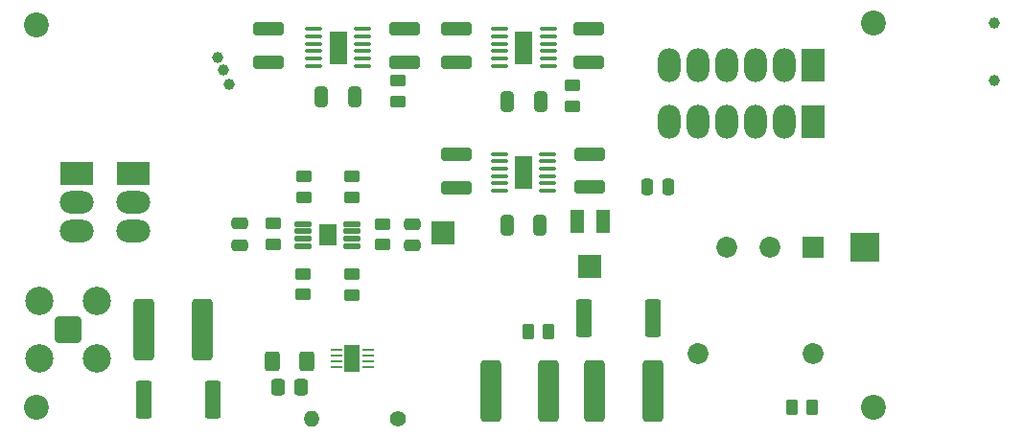
<source format=gbr>
%TF.GenerationSoftware,KiCad,Pcbnew,7.0.1*%
%TF.CreationDate,2024-02-12T12:04:44+00:00*%
%TF.ProjectId,UoB TICSP,556f4220-5449-4435-9350-2e6b69636164,1*%
%TF.SameCoordinates,Original*%
%TF.FileFunction,Soldermask,Top*%
%TF.FilePolarity,Negative*%
%FSLAX46Y46*%
G04 Gerber Fmt 4.6, Leading zero omitted, Abs format (unit mm)*
G04 Created by KiCad (PCBNEW 7.0.1) date 2024-02-12 12:04:44*
%MOMM*%
%LPD*%
G01*
G04 APERTURE LIST*
G04 Aperture macros list*
%AMRoundRect*
0 Rectangle with rounded corners*
0 $1 Rounding radius*
0 $2 $3 $4 $5 $6 $7 $8 $9 X,Y pos of 4 corners*
0 Add a 4 corners polygon primitive as box body*
4,1,4,$2,$3,$4,$5,$6,$7,$8,$9,$2,$3,0*
0 Add four circle primitives for the rounded corners*
1,1,$1+$1,$2,$3*
1,1,$1+$1,$4,$5*
1,1,$1+$1,$6,$7*
1,1,$1+$1,$8,$9*
0 Add four rect primitives between the rounded corners*
20,1,$1+$1,$2,$3,$4,$5,0*
20,1,$1+$1,$4,$5,$6,$7,0*
20,1,$1+$1,$6,$7,$8,$9,0*
20,1,$1+$1,$8,$9,$2,$3,0*%
G04 Aperture macros list end*
%ADD10RoundRect,0.250000X-1.100000X0.325000X-1.100000X-0.325000X1.100000X-0.325000X1.100000X0.325000X0*%
%ADD11R,3.000000X2.000000*%
%ADD12O,3.000000X2.000000*%
%ADD13RoundRect,0.250000X0.450000X-0.262500X0.450000X0.262500X-0.450000X0.262500X-0.450000X-0.262500X0*%
%ADD14R,1.300000X2.000000*%
%ADD15R,2.000000X2.000000*%
%ADD16C,2.200000*%
%ADD17RoundRect,0.100000X-0.625000X-0.100000X0.625000X-0.100000X0.625000X0.100000X-0.625000X0.100000X0*%
%ADD18R,1.650000X2.850000*%
%ADD19RoundRect,0.250000X0.262500X0.450000X-0.262500X0.450000X-0.262500X-0.450000X0.262500X-0.450000X0*%
%ADD20C,1.000000*%
%ADD21RoundRect,0.200100X0.949900X-0.949900X0.949900X0.949900X-0.949900X0.949900X-0.949900X-0.949900X0*%
%ADD22C,2.500000*%
%ADD23RoundRect,0.250000X0.650000X2.450000X-0.650000X2.450000X-0.650000X-2.450000X0.650000X-2.450000X0*%
%ADD24RoundRect,0.250000X1.100000X-0.325000X1.100000X0.325000X-1.100000X0.325000X-1.100000X-0.325000X0*%
%ADD25RoundRect,0.250000X-0.400000X-0.625000X0.400000X-0.625000X0.400000X0.625000X-0.400000X0.625000X0*%
%ADD26RoundRect,0.250000X-0.325000X-0.650000X0.325000X-0.650000X0.325000X0.650000X-0.325000X0.650000X0*%
%ADD27RoundRect,0.250000X-0.250000X-0.475000X0.250000X-0.475000X0.250000X0.475000X-0.250000X0.475000X0*%
%ADD28RoundRect,0.125000X-0.600000X-0.125000X0.600000X-0.125000X0.600000X0.125000X-0.600000X0.125000X0*%
%ADD29R,1.570000X1.890000*%
%ADD30C,1.400000*%
%ADD31O,1.400000X1.400000*%
%ADD32RoundRect,0.250000X0.325000X0.650000X-0.325000X0.650000X-0.325000X-0.650000X0.325000X-0.650000X0*%
%ADD33R,2.000000X3.000000*%
%ADD34O,2.000000X3.000000*%
%ADD35RoundRect,0.250000X-0.262500X-0.450000X0.262500X-0.450000X0.262500X0.450000X-0.262500X0.450000X0*%
%ADD36RoundRect,0.250000X-0.450000X0.262500X-0.450000X-0.262500X0.450000X-0.262500X0.450000X0.262500X0*%
%ADD37RoundRect,0.250000X-0.337500X-0.475000X0.337500X-0.475000X0.337500X0.475000X-0.337500X0.475000X0*%
%ADD38RoundRect,0.062500X-0.412500X-0.062500X0.412500X-0.062500X0.412500X0.062500X-0.412500X0.062500X0*%
%ADD39R,1.450000X2.400000*%
%ADD40RoundRect,0.249999X0.450001X1.425001X-0.450001X1.425001X-0.450001X-1.425001X0.450001X-1.425001X0*%
%ADD41RoundRect,0.249999X-0.450001X-1.425001X0.450001X-1.425001X0.450001X1.425001X-0.450001X1.425001X0*%
%ADD42RoundRect,0.250000X-0.475000X0.250000X-0.475000X-0.250000X0.475000X-0.250000X0.475000X0.250000X0*%
%ADD43RoundRect,0.250000X-0.650000X-2.450000X0.650000X-2.450000X0.650000X2.450000X-0.650000X2.450000X0*%
%ADD44R,1.850000X1.850000*%
%ADD45C,1.850000*%
%ADD46R,2.540000X2.540000*%
G04 APERTURE END LIST*
D10*
%TO.C,C23*%
X135966200Y-69519800D03*
X135966200Y-72469800D03*
%TD*%
D11*
%TO.C,J1*%
X95678000Y-71221600D03*
X90678000Y-71221600D03*
D12*
X95678000Y-73761600D03*
X90678000Y-73761600D03*
X95678000Y-76301600D03*
X90678000Y-76301600D03*
%TD*%
D13*
%TO.C,R4*%
X114959000Y-73353300D03*
X114959000Y-71528300D03*
%TD*%
D14*
%TO.C,RV1*%
X137110000Y-75462000D03*
D15*
X135960000Y-79462000D03*
D14*
X134810000Y-75462000D03*
%TD*%
D16*
%TO.C,H2*%
X87122000Y-91948000D03*
%TD*%
D17*
%TO.C,U2*%
X127970600Y-58495600D03*
X127970600Y-59145600D03*
X127970600Y-59795600D03*
X127970600Y-60445600D03*
X127970600Y-61095600D03*
X127970600Y-61745600D03*
X132270600Y-61745600D03*
X132270600Y-61095600D03*
X132270600Y-60445600D03*
X132270600Y-59795600D03*
X132270600Y-59145600D03*
X132270600Y-58495600D03*
D18*
X130120600Y-60120600D03*
%TD*%
D19*
%TO.C,R10*%
X132334000Y-85191600D03*
X130509000Y-85191600D03*
%TD*%
D13*
%TO.C,R7*%
X110641000Y-81938500D03*
X110641000Y-80113500D03*
%TD*%
D20*
%TO.C,SPK1*%
X171627800Y-63068200D03*
%TD*%
D15*
%TO.C,TP1*%
X122961400Y-76530200D03*
%TD*%
D21*
%TO.C,J2*%
X89860000Y-85040000D03*
D22*
X87320000Y-87580000D03*
X92400000Y-87580000D03*
X87320000Y-82500000D03*
X92400000Y-82500000D03*
%TD*%
D23*
%TO.C,C20*%
X132334000Y-90500000D03*
X127234000Y-90500000D03*
%TD*%
D24*
%TO.C,C6*%
X124196000Y-61446000D03*
X124196000Y-58496000D03*
%TD*%
D25*
%TO.C,R13*%
X107877100Y-87833200D03*
X110977100Y-87833200D03*
%TD*%
D13*
%TO.C,R3*%
X117686400Y-77544300D03*
X117686400Y-75719300D03*
%TD*%
D24*
%TO.C,C5*%
X135890000Y-61420800D03*
X135890000Y-58470800D03*
%TD*%
D13*
%TO.C,R5*%
X114959000Y-81962600D03*
X114959000Y-80137600D03*
%TD*%
D26*
%TO.C,C4*%
X128651000Y-64871600D03*
X131601000Y-64871600D03*
%TD*%
D13*
%TO.C,R6*%
X110666400Y-73327900D03*
X110666400Y-71502900D03*
%TD*%
D27*
%TO.C,C15*%
X140995400Y-72440800D03*
X142895400Y-72440800D03*
%TD*%
D28*
%TO.C,U4*%
X110651400Y-75707600D03*
X110651400Y-76357600D03*
X110651400Y-77007600D03*
X110651400Y-77657600D03*
X114951400Y-77657600D03*
X114951400Y-77007600D03*
X114951400Y-76357600D03*
X114951400Y-75707600D03*
D29*
X112801400Y-76682600D03*
%TD*%
D30*
%TO.C,R14*%
X118973600Y-92913200D03*
D31*
X111353600Y-92913200D03*
%TD*%
D20*
%TO.C,J3*%
X171627800Y-57988200D03*
%TD*%
D17*
%TO.C,U5*%
X127939800Y-69530200D03*
X127939800Y-70180200D03*
X127939800Y-70830200D03*
X127939800Y-71480200D03*
X127939800Y-72130200D03*
X127939800Y-72780200D03*
X132239800Y-72780200D03*
X132239800Y-72130200D03*
X132239800Y-71480200D03*
X132239800Y-70830200D03*
X132239800Y-70180200D03*
X132239800Y-69530200D03*
D18*
X130089800Y-71155200D03*
%TD*%
D32*
%TO.C,C2*%
X115214400Y-64490600D03*
X112264400Y-64490600D03*
%TD*%
D10*
%TO.C,C3*%
X119634000Y-58496200D03*
X119634000Y-61446200D03*
%TD*%
D33*
%TO.C,J4*%
X155625800Y-66649600D03*
X155625800Y-61649600D03*
D34*
X153085800Y-66649600D03*
X153085800Y-61649600D03*
X150545800Y-66649600D03*
X150545800Y-61649600D03*
X148005800Y-66649600D03*
X148005800Y-61649600D03*
X145465800Y-66649600D03*
X145465800Y-61649600D03*
X142925800Y-66649600D03*
X142925800Y-61649600D03*
%TD*%
D16*
%TO.C,H3*%
X161010600Y-57937400D03*
%TD*%
D35*
%TO.C,R11*%
X153773500Y-91900000D03*
X155598500Y-91900000D03*
%TD*%
D20*
%TO.C,IAC*%
X103100604Y-60971500D03*
X103608604Y-62139900D03*
X104065804Y-63333700D03*
%TD*%
D23*
%TO.C,C12*%
X101701600Y-85090000D03*
X96601600Y-85090000D03*
%TD*%
D36*
%TO.C,R2*%
X134391400Y-63474600D03*
X134391400Y-65299600D03*
%TD*%
D37*
%TO.C,C25*%
X108415000Y-90170000D03*
X110490000Y-90170000D03*
%TD*%
D32*
%TO.C,C22*%
X131575600Y-75844400D03*
X128625600Y-75844400D03*
%TD*%
D38*
%TO.C,U3*%
X113582800Y-86817200D03*
X113582800Y-87317200D03*
X113582800Y-87817200D03*
X113582800Y-88317200D03*
X116382800Y-88317200D03*
X116382800Y-87817200D03*
X116382800Y-87317200D03*
X116382800Y-86817200D03*
D39*
X114982800Y-87567200D03*
%TD*%
D17*
%TO.C,U1*%
X111587600Y-58495600D03*
X111587600Y-59145600D03*
X111587600Y-59795600D03*
X111587600Y-60445600D03*
X111587600Y-61095600D03*
X111587600Y-61745600D03*
X115887600Y-61745600D03*
X115887600Y-61095600D03*
X115887600Y-60445600D03*
X115887600Y-59795600D03*
X115887600Y-59145600D03*
X115887600Y-58495600D03*
D18*
X113737600Y-60120600D03*
%TD*%
D40*
%TO.C,R12*%
X141505400Y-84048600D03*
X135405400Y-84048600D03*
%TD*%
D13*
%TO.C,R1*%
X118973600Y-64871600D03*
X118973600Y-63046600D03*
%TD*%
D41*
%TO.C,R8*%
X96568800Y-91211400D03*
X102668800Y-91211400D03*
%TD*%
D16*
%TO.C,H4*%
X161036000Y-91948000D03*
%TD*%
D42*
%TO.C,C11*%
X120286400Y-75717400D03*
X120286400Y-77617400D03*
%TD*%
D16*
%TO.C,H1*%
X87122000Y-58166000D03*
%TD*%
D10*
%TO.C,C21*%
X124155200Y-69545200D03*
X124155200Y-72495200D03*
%TD*%
%TO.C,C1*%
X107543600Y-58470800D03*
X107543600Y-61420800D03*
%TD*%
D42*
%TO.C,C14*%
X105054400Y-75666600D03*
X105054400Y-77566600D03*
%TD*%
D13*
%TO.C,R9*%
X107986400Y-77518900D03*
X107986400Y-75693900D03*
%TD*%
D43*
%TO.C,C24*%
X136388000Y-90500000D03*
X141488000Y-90500000D03*
%TD*%
D44*
%TO.C,PS1*%
X155702000Y-77800000D03*
D45*
X151892000Y-77800000D03*
X155702000Y-87198000D03*
X145542000Y-87198000D03*
D46*
X160274000Y-77800000D03*
D45*
X148082000Y-77800000D03*
%TD*%
M02*

</source>
